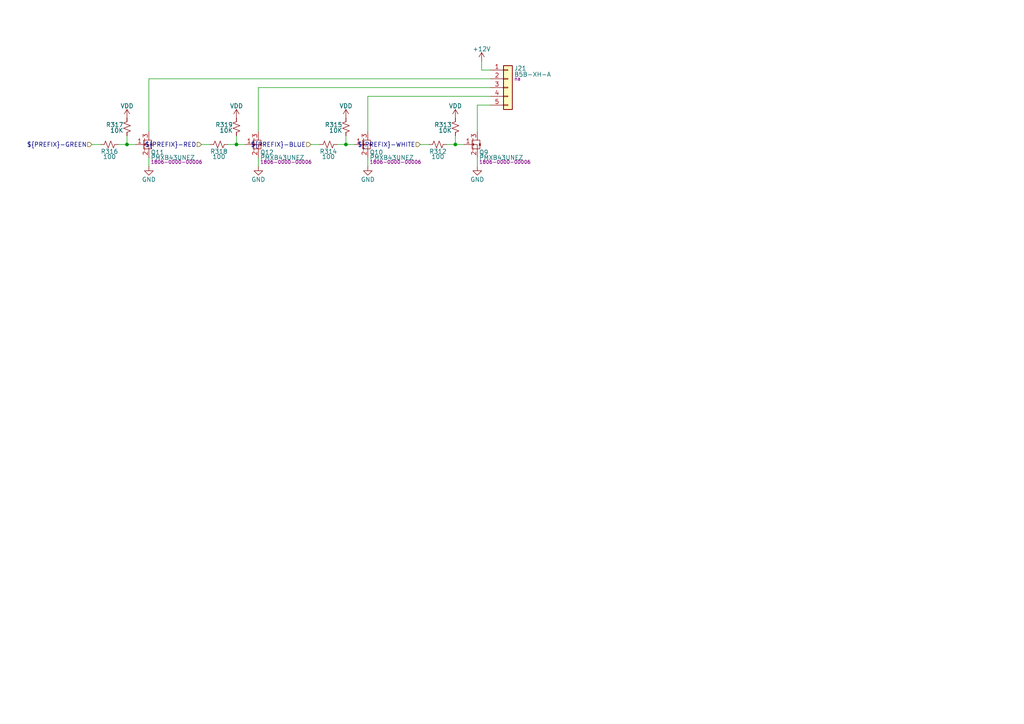
<source format=kicad_sch>
(kicad_sch
	(version 20250114)
	(generator "eeschema")
	(generator_version "9.0")
	(uuid "7bc1f2b6-a1f2-4269-8283-41e70cb464e3")
	(paper "A4")
	(title_block
		(title "Benchy Motherboard AM625 - Lighting RGBW Channel 1")
		(rev "REV1")
		(company "Daxxn Industries")
		(comment 4 "Small net labels (≤0.65) are for clarity and do not connect to other nets.")
	)
	(lib_symbols
		(symbol "DX_Connector_JST:B5B-XH-A"
			(pin_names
				(offset 1.016)
				(hide yes)
			)
			(exclude_from_sim no)
			(in_bom yes)
			(on_board yes)
			(property "Reference" "J"
				(at 1.778 5.588 0)
				(effects
					(font
						(size 1.27 1.27)
					)
					(justify left)
				)
			)
			(property "Value" "B5B-XH-A"
				(at 1.778 3.81 0)
				(effects
					(font
						(size 1.27 1.27)
					)
					(justify left)
				)
			)
			(property "Footprint" "Daxxn_Connectors_JST:B5B-XH-A"
				(at 0 10.16 0)
				(effects
					(font
						(size 1.27 1.27)
					)
					(hide yes)
				)
			)
			(property "Datasheet" "${DATASHEETS}/eXH.pdf"
				(at 0 13.208 0)
				(effects
					(font
						(size 1.27 1.27)
					)
					(hide yes)
				)
			)
			(property "Description" "Connector Header Through Hole 5 position 0.098\" (2.50mm)"
				(at 0 11.684 0)
				(effects
					(font
						(size 1.27 1.27)
					)
					(hide yes)
				)
			)
			(property "PartNumber" "na"
				(at 1.778 2.54 0)
				(effects
					(font
						(size 1 1)
					)
					(justify left)
				)
			)
			(property "ki_keywords" "connector jst xh"
				(at 0 0 0)
				(effects
					(font
						(size 1.27 1.27)
					)
					(hide yes)
				)
			)
			(property "ki_fp_filters" "Connector*:*_1x??_*"
				(at 0 0 0)
				(effects
					(font
						(size 1.27 1.27)
					)
					(hide yes)
				)
			)
			(symbol "B5B-XH-A_1_1"
				(rectangle
					(start -1.27 6.35)
					(end 1.27 -6.35)
					(stroke
						(width 0.254)
						(type default)
					)
					(fill
						(type background)
					)
				)
				(rectangle
					(start -1.27 5.207)
					(end 0 4.953)
					(stroke
						(width 0.1524)
						(type default)
					)
					(fill
						(type none)
					)
				)
				(rectangle
					(start -1.27 2.667)
					(end 0 2.413)
					(stroke
						(width 0.1524)
						(type default)
					)
					(fill
						(type none)
					)
				)
				(rectangle
					(start -1.27 0.127)
					(end 0 -0.127)
					(stroke
						(width 0.1524)
						(type default)
					)
					(fill
						(type none)
					)
				)
				(rectangle
					(start -1.27 -2.413)
					(end 0 -2.667)
					(stroke
						(width 0.1524)
						(type default)
					)
					(fill
						(type none)
					)
				)
				(rectangle
					(start -1.27 -4.953)
					(end 0 -5.207)
					(stroke
						(width 0.1524)
						(type default)
					)
					(fill
						(type none)
					)
				)
				(pin passive line
					(at -5.08 5.08 0)
					(length 3.81)
					(name "Pin_1"
						(effects
							(font
								(size 1.27 1.27)
							)
						)
					)
					(number "1"
						(effects
							(font
								(size 1.27 1.27)
							)
						)
					)
				)
				(pin passive line
					(at -5.08 2.54 0)
					(length 3.81)
					(name "Pin_2"
						(effects
							(font
								(size 1.27 1.27)
							)
						)
					)
					(number "2"
						(effects
							(font
								(size 1.27 1.27)
							)
						)
					)
				)
				(pin passive line
					(at -5.08 0 0)
					(length 3.81)
					(name "Pin_3"
						(effects
							(font
								(size 1.27 1.27)
							)
						)
					)
					(number "3"
						(effects
							(font
								(size 1.27 1.27)
							)
						)
					)
				)
				(pin passive line
					(at -5.08 -2.54 0)
					(length 3.81)
					(name "Pin_4"
						(effects
							(font
								(size 1.27 1.27)
							)
						)
					)
					(number "4"
						(effects
							(font
								(size 1.27 1.27)
							)
						)
					)
				)
				(pin passive line
					(at -5.08 -5.08 0)
					(length 3.81)
					(name "Pin_5"
						(effects
							(font
								(size 1.27 1.27)
							)
						)
					)
					(number "5"
						(effects
							(font
								(size 1.27 1.27)
							)
						)
					)
				)
			)
			(embedded_fonts no)
		)
		(symbol "DX_Resistor:RC0402JR-07100RL"
			(pin_numbers
				(hide yes)
			)
			(pin_names
				(offset 0.254)
				(hide yes)
			)
			(exclude_from_sim no)
			(in_bom yes)
			(on_board yes)
			(property "Reference" "R"
				(at 1.016 0.635 0)
				(effects
					(font
						(size 1.27 1.27)
					)
					(justify left)
				)
			)
			(property "Value" "100"
				(at 1.016 -1.016 0)
				(effects
					(font
						(size 1.27 1.27)
					)
					(justify left)
				)
			)
			(property "Footprint" "Daxxn_Standard_Resistors:RES_0402"
				(at 0 5.334 0)
				(effects
					(font
						(size 1.27 1.27)
					)
					(hide yes)
				)
			)
			(property "Datasheet" "${DATASHEETS}/RC-Series.pdf"
				(at 0 6.35 0)
				(effects
					(font
						(size 1.27 1.27)
					)
					(hide yes)
				)
			)
			(property "Description" "RES 100 OHM 5% 1/16W 0402"
				(at 0 3.81 0)
				(effects
					(font
						(size 1.27 1.27)
					)
					(hide yes)
				)
			)
			(property "PartNumber" "0204-0000-00011"
				(at 0 7.874 0)
				(effects
					(font
						(size 1.27 1.27)
					)
					(hide yes)
				)
			)
			(property "ki_keywords" "r resistor daxxn"
				(at 0 0 0)
				(effects
					(font
						(size 1.27 1.27)
					)
					(hide yes)
				)
			)
			(property "ki_fp_filters" "R_*"
				(at 0 0 0)
				(effects
					(font
						(size 1.27 1.27)
					)
					(hide yes)
				)
			)
			(symbol "RC0402JR-07100RL_1_1"
				(polyline
					(pts
						(xy 0 1.524) (xy 1.016 1.143) (xy 0 0.762) (xy -1.016 0.381) (xy 0 0)
					)
					(stroke
						(width 0)
						(type default)
					)
					(fill
						(type none)
					)
				)
				(polyline
					(pts
						(xy 0 0) (xy 1.016 -0.381) (xy 0 -0.762) (xy -1.016 -1.143) (xy 0 -1.524)
					)
					(stroke
						(width 0)
						(type default)
					)
					(fill
						(type none)
					)
				)
				(pin passive line
					(at 0 2.54 270)
					(length 1.016)
					(name "~"
						(effects
							(font
								(size 1.27 1.27)
							)
						)
					)
					(number "1"
						(effects
							(font
								(size 1.27 1.27)
							)
						)
					)
				)
				(pin passive line
					(at 0 -2.54 90)
					(length 1.016)
					(name "~"
						(effects
							(font
								(size 1.27 1.27)
							)
						)
					)
					(number "2"
						(effects
							(font
								(size 1.27 1.27)
							)
						)
					)
				)
			)
			(embedded_fonts no)
		)
		(symbol "DX_Resistor:RC0402JR-0710KL"
			(pin_numbers
				(hide yes)
			)
			(pin_names
				(offset 0.254)
				(hide yes)
			)
			(exclude_from_sim no)
			(in_bom yes)
			(on_board yes)
			(property "Reference" "R"
				(at 1.016 0.635 0)
				(effects
					(font
						(size 1.27 1.27)
					)
					(justify left)
				)
			)
			(property "Value" "10K"
				(at 1.016 -1.016 0)
				(effects
					(font
						(size 1.27 1.27)
					)
					(justify left)
				)
			)
			(property "Footprint" "Daxxn_Standard_Resistors:RES_0402"
				(at 0 5.334 0)
				(effects
					(font
						(size 1.27 1.27)
					)
					(hide yes)
				)
			)
			(property "Datasheet" "${DATASHEETS}/RC-Series.pdf"
				(at 0 6.35 0)
				(effects
					(font
						(size 1.27 1.27)
					)
					(hide yes)
				)
			)
			(property "Description" "RES 10K OHM 5% 1/16W 0402"
				(at 0 3.81 0)
				(effects
					(font
						(size 1.27 1.27)
					)
					(hide yes)
				)
			)
			(property "PartNumber" "0204-0000-00016"
				(at 0 8.128 0)
				(effects
					(font
						(size 1.27 1.27)
					)
					(hide yes)
				)
			)
			(property "ki_keywords" "r resistor daxxn"
				(at 0 0 0)
				(effects
					(font
						(size 1.27 1.27)
					)
					(hide yes)
				)
			)
			(property "ki_fp_filters" "R_*"
				(at 0 0 0)
				(effects
					(font
						(size 1.27 1.27)
					)
					(hide yes)
				)
			)
			(symbol "RC0402JR-0710KL_1_1"
				(polyline
					(pts
						(xy 0 1.524) (xy 1.016 1.143) (xy 0 0.762) (xy -1.016 0.381) (xy 0 0)
					)
					(stroke
						(width 0)
						(type default)
					)
					(fill
						(type none)
					)
				)
				(polyline
					(pts
						(xy 0 0) (xy 1.016 -0.381) (xy 0 -0.762) (xy -1.016 -1.143) (xy 0 -1.524)
					)
					(stroke
						(width 0)
						(type default)
					)
					(fill
						(type none)
					)
				)
				(pin passive line
					(at 0 2.54 270)
					(length 1.016)
					(name "~"
						(effects
							(font
								(size 1.27 1.27)
							)
						)
					)
					(number "1"
						(effects
							(font
								(size 1.27 1.27)
							)
						)
					)
				)
				(pin passive line
					(at 0 -2.54 90)
					(length 1.016)
					(name "~"
						(effects
							(font
								(size 1.27 1.27)
							)
						)
					)
					(number "2"
						(effects
							(font
								(size 1.27 1.27)
							)
						)
					)
				)
			)
			(embedded_fonts no)
		)
		(symbol "DX_Transistor_MOSFET:PMXB43UNEZ"
			(exclude_from_sim no)
			(in_bom yes)
			(on_board yes)
			(property "Reference" "Q"
				(at 2.794 1.778 0)
				(effects
					(font
						(size 1.27 1.27)
					)
					(justify left)
				)
			)
			(property "Value" "PMXB43UNEZ"
				(at 2.794 0 0)
				(effects
					(font
						(size 1.27 1.27)
					)
					(justify left)
				)
			)
			(property "Footprint" "Daxxn_Packages:DFN1010D-3"
				(at 1.27 8.382 0)
				(effects
					(font
						(size 1.27 1.27)
					)
					(hide yes)
				)
			)
			(property "Datasheet" "%LOCAL_DATASHEETS%/PMXB43UNE.pdf"
				(at 1.27 5.842 0)
				(effects
					(font
						(size 1.27 1.27)
					)
					(hide yes)
				)
			)
			(property "Description" "N-Channel 20 V 3.2A (Ta) 400mW (Ta), 8.33W (Tc) Surface Mount DFN1010D-3"
				(at 0 7.112 0)
				(effects
					(font
						(size 1.27 1.27)
					)
					(hide yes)
				)
			)
			(property "PartNumber" "1806-0000-00006"
				(at 2.794 -1.524 0)
				(effects
					(font
						(size 1 1)
					)
					(justify left)
				)
			)
			(property "ki_keywords" "n-ch mosfet fet"
				(at 0 0 0)
				(effects
					(font
						(size 1.27 1.27)
					)
					(hide yes)
				)
			)
			(symbol "PMXB43UNEZ_0_0"
				(pin input line
					(at -2.54 0 0)
					(length 2.25)
					(name "G"
						(effects
							(font
								(size 0 0)
							)
						)
					)
					(number "1"
						(effects
							(font
								(size 1.27 1.27)
							)
						)
					)
				)
				(pin bidirectional line
					(at 1.27 3.81 270)
					(length 2.54)
					(name "D"
						(effects
							(font
								(size 0 0)
							)
						)
					)
					(number "3"
						(effects
							(font
								(size 1.27 1.27)
							)
						)
					)
				)
				(pin bidirectional line
					(at 1.27 -3.81 90)
					(length 2.54)
					(name "S"
						(effects
							(font
								(size 0 0)
							)
						)
					)
					(number "2"
						(effects
							(font
								(size 1.27 1.27)
							)
						)
					)
				)
			)
			(symbol "PMXB43UNEZ_0_1"
				(polyline
					(pts
						(xy -0.254 -1.27) (xy -0.254 1.27)
					)
					(stroke
						(width 0)
						(type default)
					)
					(fill
						(type none)
					)
				)
				(polyline
					(pts
						(xy 0 1.778) (xy 0 0.762)
					)
					(stroke
						(width 0)
						(type default)
					)
					(fill
						(type none)
					)
				)
				(polyline
					(pts
						(xy 0 1.27) (xy 1.27 1.27) (xy 1.27 1.27)
					)
					(stroke
						(width 0)
						(type default)
					)
					(fill
						(type none)
					)
				)
				(polyline
					(pts
						(xy 0 0) (xy 0.254 0.254) (xy 0.254 -0.254) (xy 0 0)
					)
					(stroke
						(width 0)
						(type default)
					)
					(fill
						(type none)
					)
				)
				(polyline
					(pts
						(xy 0 -0.508) (xy 0 0.508)
					)
					(stroke
						(width 0)
						(type default)
					)
					(fill
						(type none)
					)
				)
				(polyline
					(pts
						(xy 0 -1.27) (xy 1.27 -1.27) (xy 1.27 -1.27)
					)
					(stroke
						(width 0)
						(type default)
					)
					(fill
						(type none)
					)
				)
				(polyline
					(pts
						(xy 0 -1.778) (xy 0 -0.762)
					)
					(stroke
						(width 0)
						(type default)
					)
					(fill
						(type none)
					)
				)
				(polyline
					(pts
						(xy 1.27 -1.27) (xy 1.27 0) (xy 0 0)
					)
					(stroke
						(width 0)
						(type default)
					)
					(fill
						(type none)
					)
				)
				(polyline
					(pts
						(xy 1.27 -1.27) (xy 2.032 -1.27) (xy 2.032 1.27) (xy 1.27 1.27)
					)
					(stroke
						(width 0)
						(type default)
					)
					(fill
						(type none)
					)
				)
				(polyline
					(pts
						(xy 1.778 0.254) (xy 2.286 0.254)
					)
					(stroke
						(width 0)
						(type default)
					)
					(fill
						(type none)
					)
				)
				(polyline
					(pts
						(xy 2.032 0.254) (xy 1.778 -0.254) (xy 2.286 -0.254) (xy 2.032 0.254)
					)
					(stroke
						(width 0)
						(type default)
					)
					(fill
						(type outline)
					)
				)
			)
			(embedded_fonts no)
		)
		(symbol "power:+12V"
			(power)
			(pin_numbers
				(hide yes)
			)
			(pin_names
				(offset 0)
				(hide yes)
			)
			(exclude_from_sim no)
			(in_bom yes)
			(on_board yes)
			(property "Reference" "#PWR"
				(at 0 -3.81 0)
				(effects
					(font
						(size 1.27 1.27)
					)
					(hide yes)
				)
			)
			(property "Value" "+12V"
				(at 0 3.556 0)
				(effects
					(font
						(size 1.27 1.27)
					)
				)
			)
			(property "Footprint" ""
				(at 0 0 0)
				(effects
					(font
						(size 1.27 1.27)
					)
					(hide yes)
				)
			)
			(property "Datasheet" ""
				(at 0 0 0)
				(effects
					(font
						(size 1.27 1.27)
					)
					(hide yes)
				)
			)
			(property "Description" "Power symbol creates a global label with name \"+12V\""
				(at 0 0 0)
				(effects
					(font
						(size 1.27 1.27)
					)
					(hide yes)
				)
			)
			(property "ki_keywords" "global power"
				(at 0 0 0)
				(effects
					(font
						(size 1.27 1.27)
					)
					(hide yes)
				)
			)
			(symbol "+12V_0_1"
				(polyline
					(pts
						(xy -0.762 1.27) (xy 0 2.54)
					)
					(stroke
						(width 0)
						(type default)
					)
					(fill
						(type none)
					)
				)
				(polyline
					(pts
						(xy 0 2.54) (xy 0.762 1.27)
					)
					(stroke
						(width 0)
						(type default)
					)
					(fill
						(type none)
					)
				)
				(polyline
					(pts
						(xy 0 0) (xy 0 2.54)
					)
					(stroke
						(width 0)
						(type default)
					)
					(fill
						(type none)
					)
				)
			)
			(symbol "+12V_1_1"
				(pin power_in line
					(at 0 0 90)
					(length 0)
					(name "~"
						(effects
							(font
								(size 1.27 1.27)
							)
						)
					)
					(number "1"
						(effects
							(font
								(size 1.27 1.27)
							)
						)
					)
				)
			)
			(embedded_fonts no)
		)
		(symbol "power:GND"
			(power)
			(pin_numbers
				(hide yes)
			)
			(pin_names
				(offset 0)
				(hide yes)
			)
			(exclude_from_sim no)
			(in_bom yes)
			(on_board yes)
			(property "Reference" "#PWR"
				(at 0 -6.35 0)
				(effects
					(font
						(size 1.27 1.27)
					)
					(hide yes)
				)
			)
			(property "Value" "GND"
				(at 0 -3.81 0)
				(effects
					(font
						(size 1.27 1.27)
					)
				)
			)
			(property "Footprint" ""
				(at 0 0 0)
				(effects
					(font
						(size 1.27 1.27)
					)
					(hide yes)
				)
			)
			(property "Datasheet" ""
				(at 0 0 0)
				(effects
					(font
						(size 1.27 1.27)
					)
					(hide yes)
				)
			)
			(property "Description" "Power symbol creates a global label with name \"GND\" , ground"
				(at 0 0 0)
				(effects
					(font
						(size 1.27 1.27)
					)
					(hide yes)
				)
			)
			(property "ki_keywords" "global power"
				(at 0 0 0)
				(effects
					(font
						(size 1.27 1.27)
					)
					(hide yes)
				)
			)
			(symbol "GND_0_1"
				(polyline
					(pts
						(xy 0 0) (xy 0 -1.27) (xy 1.27 -1.27) (xy 0 -2.54) (xy -1.27 -1.27) (xy 0 -1.27)
					)
					(stroke
						(width 0)
						(type default)
					)
					(fill
						(type none)
					)
				)
			)
			(symbol "GND_1_1"
				(pin power_in line
					(at 0 0 270)
					(length 0)
					(name "~"
						(effects
							(font
								(size 1.27 1.27)
							)
						)
					)
					(number "1"
						(effects
							(font
								(size 1.27 1.27)
							)
						)
					)
				)
			)
			(embedded_fonts no)
		)
		(symbol "power:VDD"
			(power)
			(pin_numbers
				(hide yes)
			)
			(pin_names
				(offset 0)
				(hide yes)
			)
			(exclude_from_sim no)
			(in_bom yes)
			(on_board yes)
			(property "Reference" "#PWR"
				(at 0 -3.81 0)
				(effects
					(font
						(size 1.27 1.27)
					)
					(hide yes)
				)
			)
			(property "Value" "VDD"
				(at 0 3.556 0)
				(effects
					(font
						(size 1.27 1.27)
					)
				)
			)
			(property "Footprint" ""
				(at 0 0 0)
				(effects
					(font
						(size 1.27 1.27)
					)
					(hide yes)
				)
			)
			(property "Datasheet" ""
				(at 0 0 0)
				(effects
					(font
						(size 1.27 1.27)
					)
					(hide yes)
				)
			)
			(property "Description" "Power symbol creates a global label with name \"VDD\""
				(at 0 0 0)
				(effects
					(font
						(size 1.27 1.27)
					)
					(hide yes)
				)
			)
			(property "ki_keywords" "global power"
				(at 0 0 0)
				(effects
					(font
						(size 1.27 1.27)
					)
					(hide yes)
				)
			)
			(symbol "VDD_0_1"
				(polyline
					(pts
						(xy -0.762 1.27) (xy 0 2.54)
					)
					(stroke
						(width 0)
						(type default)
					)
					(fill
						(type none)
					)
				)
				(polyline
					(pts
						(xy 0 2.54) (xy 0.762 1.27)
					)
					(stroke
						(width 0)
						(type default)
					)
					(fill
						(type none)
					)
				)
				(polyline
					(pts
						(xy 0 0) (xy 0 2.54)
					)
					(stroke
						(width 0)
						(type default)
					)
					(fill
						(type none)
					)
				)
			)
			(symbol "VDD_1_1"
				(pin power_in line
					(at 0 0 90)
					(length 0)
					(name "~"
						(effects
							(font
								(size 1.27 1.27)
							)
						)
					)
					(number "1"
						(effects
							(font
								(size 1.27 1.27)
							)
						)
					)
				)
			)
			(embedded_fonts no)
		)
	)
	(junction
		(at 36.83 41.91)
		(diameter 0)
		(color 0 0 0 0)
		(uuid "2a037154-1f38-41f8-a4d2-c99390c134e4")
	)
	(junction
		(at 132.08 41.91)
		(diameter 0)
		(color 0 0 0 0)
		(uuid "52965aa1-4484-436e-93e7-c727dc11bd14")
	)
	(junction
		(at 100.33 41.91)
		(diameter 0)
		(color 0 0 0 0)
		(uuid "cd320425-f725-4188-93f8-2f6ac8ff38d3")
	)
	(junction
		(at 68.58 41.91)
		(diameter 0)
		(color 0 0 0 0)
		(uuid "f28e6a72-a942-4140-8271-cc76aa60f0e5")
	)
	(wire
		(pts
			(xy 129.54 41.91) (xy 132.08 41.91)
		)
		(stroke
			(width 0)
			(type default)
		)
		(uuid "0ac52848-3246-487b-a95d-9ada01611586")
	)
	(wire
		(pts
			(xy 68.58 39.37) (xy 68.58 41.91)
		)
		(stroke
			(width 0)
			(type default)
		)
		(uuid "0e30dbc8-c5a8-41c9-9127-0725958fc1b4")
	)
	(wire
		(pts
			(xy 106.68 27.94) (xy 142.24 27.94)
		)
		(stroke
			(width 0)
			(type default)
		)
		(uuid "10f2f86e-557c-463f-9341-01708f88c62f")
	)
	(wire
		(pts
			(xy 68.58 41.91) (xy 71.12 41.91)
		)
		(stroke
			(width 0)
			(type default)
		)
		(uuid "25f97c0a-69a0-42d6-8df1-b5d24eaee8bf")
	)
	(wire
		(pts
			(xy 36.83 41.91) (xy 39.37 41.91)
		)
		(stroke
			(width 0)
			(type default)
		)
		(uuid "26fb1218-14f3-45f3-b64c-084b685eb2de")
	)
	(wire
		(pts
			(xy 58.42 41.91) (xy 60.96 41.91)
		)
		(stroke
			(width 0)
			(type default)
		)
		(uuid "2e668468-913b-4004-83a0-01e41600efa5")
	)
	(wire
		(pts
			(xy 138.43 45.72) (xy 138.43 48.26)
		)
		(stroke
			(width 0)
			(type default)
		)
		(uuid "2eb2a30a-a52d-4682-97c6-032c0df1fc82")
	)
	(wire
		(pts
			(xy 97.79 41.91) (xy 100.33 41.91)
		)
		(stroke
			(width 0)
			(type default)
		)
		(uuid "3c2d93d1-d667-4484-ae3d-d2e808c707b7")
	)
	(wire
		(pts
			(xy 34.29 41.91) (xy 36.83 41.91)
		)
		(stroke
			(width 0)
			(type default)
		)
		(uuid "3d26c0a4-435b-426a-a37b-68556f06de77")
	)
	(wire
		(pts
			(xy 100.33 39.37) (xy 100.33 41.91)
		)
		(stroke
			(width 0)
			(type default)
		)
		(uuid "4138a3f9-e0f9-4b0c-a441-5bedb0f25c36")
	)
	(wire
		(pts
			(xy 74.93 45.72) (xy 74.93 48.26)
		)
		(stroke
			(width 0)
			(type default)
		)
		(uuid "4586c78b-8a19-48e6-ae04-923756da63c4")
	)
	(wire
		(pts
			(xy 106.68 38.1) (xy 106.68 27.94)
		)
		(stroke
			(width 0)
			(type default)
		)
		(uuid "46e4022d-0131-47f8-bea4-1e5f26426447")
	)
	(wire
		(pts
			(xy 74.93 25.4) (xy 142.24 25.4)
		)
		(stroke
			(width 0)
			(type default)
		)
		(uuid "4b50c1c5-dccc-4468-bd45-d7d3008423ad")
	)
	(wire
		(pts
			(xy 26.67 41.91) (xy 29.21 41.91)
		)
		(stroke
			(width 0)
			(type default)
		)
		(uuid "6956dca8-cdcc-4a5e-aaa5-80e03ebc47cf")
	)
	(wire
		(pts
			(xy 121.92 41.91) (xy 124.46 41.91)
		)
		(stroke
			(width 0)
			(type default)
		)
		(uuid "6f27f10c-446e-455e-a796-53b366ae3f10")
	)
	(wire
		(pts
			(xy 43.18 22.86) (xy 43.18 38.1)
		)
		(stroke
			(width 0)
			(type default)
		)
		(uuid "7ec6061a-4f35-4372-820f-8ed3f49f5b6a")
	)
	(wire
		(pts
			(xy 66.04 41.91) (xy 68.58 41.91)
		)
		(stroke
			(width 0)
			(type default)
		)
		(uuid "835dee89-4398-4463-b2a4-a26135dbb332")
	)
	(wire
		(pts
			(xy 106.68 45.72) (xy 106.68 48.26)
		)
		(stroke
			(width 0)
			(type default)
		)
		(uuid "85ce2b19-c7d9-4bd4-ba4e-460a2bbfb3fc")
	)
	(wire
		(pts
			(xy 36.83 39.37) (xy 36.83 41.91)
		)
		(stroke
			(width 0)
			(type default)
		)
		(uuid "b9eefe92-81a3-4db4-a9a1-32f45c3e53fd")
	)
	(wire
		(pts
			(xy 142.24 22.86) (xy 43.18 22.86)
		)
		(stroke
			(width 0)
			(type default)
		)
		(uuid "c6623145-1051-40a6-9ed8-d28a10351ddb")
	)
	(wire
		(pts
			(xy 100.33 41.91) (xy 102.87 41.91)
		)
		(stroke
			(width 0)
			(type default)
		)
		(uuid "cb45d446-c5bd-4a61-a2b2-1d81287348e1")
	)
	(wire
		(pts
			(xy 138.43 30.48) (xy 142.24 30.48)
		)
		(stroke
			(width 0)
			(type default)
		)
		(uuid "d0361a4c-9eb3-482f-8db7-7a07dcc12dfa")
	)
	(wire
		(pts
			(xy 132.08 41.91) (xy 134.62 41.91)
		)
		(stroke
			(width 0)
			(type default)
		)
		(uuid "d0c7f993-854e-4268-8004-225da2c5b66c")
	)
	(wire
		(pts
			(xy 132.08 39.37) (xy 132.08 41.91)
		)
		(stroke
			(width 0)
			(type default)
		)
		(uuid "daecf87d-5a12-400a-aebd-b3e34335aaaa")
	)
	(wire
		(pts
			(xy 142.24 20.32) (xy 139.7 20.32)
		)
		(stroke
			(width 0)
			(type default)
		)
		(uuid "deb3b04b-5019-4a12-98ae-6b2f0d747595")
	)
	(wire
		(pts
			(xy 43.18 45.72) (xy 43.18 48.26)
		)
		(stroke
			(width 0)
			(type default)
		)
		(uuid "e19b0320-9ea7-40eb-b94d-f9703e93bb73")
	)
	(wire
		(pts
			(xy 138.43 38.1) (xy 138.43 30.48)
		)
		(stroke
			(width 0)
			(type default)
		)
		(uuid "e34edc75-fd0c-4371-8c60-521bc5862524")
	)
	(wire
		(pts
			(xy 139.7 17.78) (xy 139.7 20.32)
		)
		(stroke
			(width 0)
			(type default)
		)
		(uuid "e70aba15-39b1-4e1c-bde1-b1051a37f7e8")
	)
	(wire
		(pts
			(xy 90.17 41.91) (xy 92.71 41.91)
		)
		(stroke
			(width 0)
			(type default)
		)
		(uuid "e85b1d42-d68c-4ad4-aec7-dd91a4df8be1")
	)
	(wire
		(pts
			(xy 74.93 38.1) (xy 74.93 25.4)
		)
		(stroke
			(width 0)
			(type default)
		)
		(uuid "f05984bb-6132-4492-98ad-348ae29e866b")
	)
	(hierarchical_label "${PREFIX}-WHITE"
		(shape input)
		(at 121.92 41.91 180)
		(effects
			(font
				(size 1.27 1.27)
			)
			(justify right)
		)
		(uuid "0fe5a699-4c47-45ab-8369-36668e3c1132")
	)
	(hierarchical_label "${PREFIX}-RED"
		(shape input)
		(at 58.42 41.91 180)
		(effects
			(font
				(size 1.27 1.27)
			)
			(justify right)
		)
		(uuid "108b3fdd-4558-40df-9283-b218f0d55732")
	)
	(hierarchical_label "${PREFIX}-GREEN"
		(shape input)
		(at 26.67 41.91 180)
		(effects
			(font
				(size 1.27 1.27)
			)
			(justify right)
		)
		(uuid "4c276569-2627-418f-ad27-cf6cfb0ef0e7")
	)
	(hierarchical_label "${PREFIX}-BLUE"
		(shape input)
		(at 90.17 41.91 180)
		(effects
			(font
				(size 1.27 1.27)
			)
			(justify right)
		)
		(uuid "b2176d2c-2f77-4650-8eed-6e2bd18b9fb4")
	)
	(symbol
		(lib_id "DX_Resistor:RC0402JR-07100RL")
		(at 127 41.91 90)
		(unit 1)
		(exclude_from_sim no)
		(in_bom yes)
		(on_board yes)
		(dnp no)
		(uuid "07bc6c2a-2555-4118-85e4-f1041124d762")
		(property "Reference" "R312"
			(at 127 43.942 90)
			(effects
				(font
					(size 1.27 1.27)
				)
			)
		)
		(property "Value" "100"
			(at 127 45.466 90)
			(effects
				(font
					(size 1.27 1.27)
				)
			)
		)
		(property "Footprint" "Daxxn_Standard_Resistors:RES_0402"
			(at 121.666 41.91 0)
			(effects
				(font
					(size 1.27 1.27)
				)
				(hide yes)
			)
		)
		(property "Datasheet" "${DATASHEETS}/RC-Series.pdf"
			(at 120.65 41.91 0)
			(effects
				(font
					(size 1.27 1.27)
				)
				(hide yes)
			)
		)
		(property "Description" "RES 100 OHM 5% 1/16W 0402"
			(at 123.19 41.91 0)
			(effects
				(font
					(size 1.27 1.27)
				)
				(hide yes)
			)
		)
		(property "PartNumber" "0204-0000-00011"
			(at 119.126 41.91 0)
			(effects
				(font
					(size 1.27 1.27)
				)
				(hide yes)
			)
		)
		(pin "2"
			(uuid "8eeabfab-dfea-4811-9a53-d961a79dd297")
		)
		(pin "1"
			(uuid "976d133a-495a-4066-b1ce-f8c5fa715223")
		)
		(instances
			(project "BenchyMotherBoard-AM625"
				(path "/7184a1e6-58da-49c8-8a6c-ea31385ec956/8494b7c1-cb3d-49c1-ba37-1630d97ce06f/cfe5824b-ca2a-44ec-b40d-02d009d78388"
					(reference "R312")
					(unit 1)
				)
			)
		)
	)
	(symbol
		(lib_id "DX_Resistor:RC0402JR-07100RL")
		(at 31.75 41.91 90)
		(unit 1)
		(exclude_from_sim no)
		(in_bom yes)
		(on_board yes)
		(dnp no)
		(uuid "0c5f039c-c9e7-434f-ad4b-71af9d6a2b44")
		(property "Reference" "R316"
			(at 31.75 43.942 90)
			(effects
				(font
					(size 1.27 1.27)
				)
			)
		)
		(property "Value" "100"
			(at 31.75 45.466 90)
			(effects
				(font
					(size 1.27 1.27)
				)
			)
		)
		(property "Footprint" "Daxxn_Standard_Resistors:RES_0402"
			(at 26.416 41.91 0)
			(effects
				(font
					(size 1.27 1.27)
				)
				(hide yes)
			)
		)
		(property "Datasheet" "${DATASHEETS}/RC-Series.pdf"
			(at 25.4 41.91 0)
			(effects
				(font
					(size 1.27 1.27)
				)
				(hide yes)
			)
		)
		(property "Description" "RES 100 OHM 5% 1/16W 0402"
			(at 27.94 41.91 0)
			(effects
				(font
					(size 1.27 1.27)
				)
				(hide yes)
			)
		)
		(property "PartNumber" "0204-0000-00011"
			(at 23.876 41.91 0)
			(effects
				(font
					(size 1.27 1.27)
				)
				(hide yes)
			)
		)
		(pin "2"
			(uuid "aa3e38e7-6e8e-45c2-9f3c-607297003a30")
		)
		(pin "1"
			(uuid "8b5dd3f5-6a42-414d-bc04-19e5a2d792d7")
		)
		(instances
			(project "BenchyMotherBoard-AM625"
				(path "/7184a1e6-58da-49c8-8a6c-ea31385ec956/8494b7c1-cb3d-49c1-ba37-1630d97ce06f/cfe5824b-ca2a-44ec-b40d-02d009d78388"
					(reference "R316")
					(unit 1)
				)
			)
		)
	)
	(symbol
		(lib_id "DX_Transistor_MOSFET:PMXB43UNEZ")
		(at 105.41 41.91 0)
		(unit 1)
		(exclude_from_sim no)
		(in_bom yes)
		(on_board yes)
		(dnp no)
		(uuid "2a11caaa-2988-40d4-a6f8-fd45f0053bfc")
		(property "Reference" "Q10"
			(at 107.188 44.196 0)
			(effects
				(font
					(size 1.27 1.27)
				)
				(justify left)
			)
		)
		(property "Value" "PMXB43UNEZ"
			(at 107.188 45.72 0)
			(effects
				(font
					(size 1.27 1.27)
				)
				(justify left)
			)
		)
		(property "Footprint" "Daxxn_Packages:DFN1010D-3"
			(at 106.68 33.528 0)
			(effects
				(font
					(size 1.27 1.27)
				)
				(hide yes)
			)
		)
		(property "Datasheet" "%LOCAL_DATASHEETS%/PMXB43UNE.pdf"
			(at 106.68 36.068 0)
			(effects
				(font
					(size 1.27 1.27)
				)
				(hide yes)
			)
		)
		(property "Description" "N-Channel 20 V 3.2A (Ta) 400mW (Ta), 8.33W (Tc) Surface Mount DFN1010D-3"
			(at 105.41 34.798 0)
			(effects
				(font
					(size 1.27 1.27)
				)
				(hide yes)
			)
		)
		(property "PartNumber" "1806-0000-00006"
			(at 107.188 46.99 0)
			(effects
				(font
					(size 1 1)
				)
				(justify left)
			)
		)
		(pin "3"
			(uuid "74f4369b-41d8-4136-a0dc-5faaa5458f97")
		)
		(pin "1"
			(uuid "43f83090-7dd5-4daa-968f-b96893132c1e")
		)
		(pin "2"
			(uuid "a686885e-b068-40b2-8324-46d122903d20")
		)
		(instances
			(project "BenchyMotherBoard-AM625"
				(path "/7184a1e6-58da-49c8-8a6c-ea31385ec956/8494b7c1-cb3d-49c1-ba37-1630d97ce06f/cfe5824b-ca2a-44ec-b40d-02d009d78388"
					(reference "Q10")
					(unit 1)
				)
			)
		)
	)
	(symbol
		(lib_id "power:GND")
		(at 74.93 48.26 0)
		(unit 1)
		(exclude_from_sim no)
		(in_bom yes)
		(on_board yes)
		(dnp no)
		(uuid "35558f2c-cefe-4642-a7a5-74a2763dd3a5")
		(property "Reference" "#PWR0488"
			(at 74.93 54.61 0)
			(effects
				(font
					(size 1.27 1.27)
				)
				(hide yes)
			)
		)
		(property "Value" "GND"
			(at 74.93 52.07 0)
			(effects
				(font
					(size 1.27 1.27)
				)
			)
		)
		(property "Footprint" ""
			(at 74.93 48.26 0)
			(effects
				(font
					(size 1.27 1.27)
				)
				(hide yes)
			)
		)
		(property "Datasheet" ""
			(at 74.93 48.26 0)
			(effects
				(font
					(size 1.27 1.27)
				)
				(hide yes)
			)
		)
		(property "Description" "Power symbol creates a global label with name \"GND\" , ground"
			(at 74.93 48.26 0)
			(effects
				(font
					(size 1.27 1.27)
				)
				(hide yes)
			)
		)
		(pin "1"
			(uuid "ad354f48-a521-42b1-848b-61ef190d663a")
		)
		(instances
			(project "BenchyMotherBoard-AM625"
				(path "/7184a1e6-58da-49c8-8a6c-ea31385ec956/8494b7c1-cb3d-49c1-ba37-1630d97ce06f/cfe5824b-ca2a-44ec-b40d-02d009d78388"
					(reference "#PWR0488")
					(unit 1)
				)
			)
		)
	)
	(symbol
		(lib_id "DX_Resistor:RC0402JR-07100RL")
		(at 63.5 41.91 90)
		(unit 1)
		(exclude_from_sim no)
		(in_bom yes)
		(on_board yes)
		(dnp no)
		(uuid "4494ce7c-b9a9-4e4a-a9ae-ea066944f3cf")
		(property "Reference" "R318"
			(at 63.5 43.942 90)
			(effects
				(font
					(size 1.27 1.27)
				)
			)
		)
		(property "Value" "100"
			(at 63.5 45.466 90)
			(effects
				(font
					(size 1.27 1.27)
				)
			)
		)
		(property "Footprint" "Daxxn_Standard_Resistors:RES_0402"
			(at 58.166 41.91 0)
			(effects
				(font
					(size 1.27 1.27)
				)
				(hide yes)
			)
		)
		(property "Datasheet" "${DATASHEETS}/RC-Series.pdf"
			(at 57.15 41.91 0)
			(effects
				(font
					(size 1.27 1.27)
				)
				(hide yes)
			)
		)
		(property "Description" "RES 100 OHM 5% 1/16W 0402"
			(at 59.69 41.91 0)
			(effects
				(font
					(size 1.27 1.27)
				)
				(hide yes)
			)
		)
		(property "PartNumber" "0204-0000-00011"
			(at 55.626 41.91 0)
			(effects
				(font
					(size 1.27 1.27)
				)
				(hide yes)
			)
		)
		(pin "2"
			(uuid "e5cda6ba-95ed-400c-8176-f18ee554f00b")
		)
		(pin "1"
			(uuid "00621179-9635-4238-8b53-979a8b4212f7")
		)
		(instances
			(project "BenchyMotherBoard-AM625"
				(path "/7184a1e6-58da-49c8-8a6c-ea31385ec956/8494b7c1-cb3d-49c1-ba37-1630d97ce06f/cfe5824b-ca2a-44ec-b40d-02d009d78388"
					(reference "R318")
					(unit 1)
				)
			)
		)
	)
	(symbol
		(lib_id "DX_Transistor_MOSFET:PMXB43UNEZ")
		(at 41.91 41.91 0)
		(unit 1)
		(exclude_from_sim no)
		(in_bom yes)
		(on_board yes)
		(dnp no)
		(uuid "4826b9d9-1c76-4c10-b1e1-900db454c0e4")
		(property "Reference" "Q11"
			(at 43.688 44.196 0)
			(effects
				(font
					(size 1.27 1.27)
				)
				(justify left)
			)
		)
		(property "Value" "PMXB43UNEZ"
			(at 43.688 45.72 0)
			(effects
				(font
					(size 1.27 1.27)
				)
				(justify left)
			)
		)
		(property "Footprint" "Daxxn_Packages:DFN1010D-3"
			(at 43.18 33.528 0)
			(effects
				(font
					(size 1.27 1.27)
				)
				(hide yes)
			)
		)
		(property "Datasheet" "%LOCAL_DATASHEETS%/PMXB43UNE.pdf"
			(at 43.18 36.068 0)
			(effects
				(font
					(size 1.27 1.27)
				)
				(hide yes)
			)
		)
		(property "Description" "N-Channel 20 V 3.2A (Ta) 400mW (Ta), 8.33W (Tc) Surface Mount DFN1010D-3"
			(at 41.91 34.798 0)
			(effects
				(font
					(size 1.27 1.27)
				)
				(hide yes)
			)
		)
		(property "PartNumber" "1806-0000-00006"
			(at 43.688 46.99 0)
			(effects
				(font
					(size 1 1)
				)
				(justify left)
			)
		)
		(pin "3"
			(uuid "09c90b8c-80ca-4bc2-9069-7de8bbe91275")
		)
		(pin "1"
			(uuid "d319ae61-d2f2-440e-8247-43035b46f7e8")
		)
		(pin "2"
			(uuid "ed623276-9f99-4989-b57d-80f8d24f46ed")
		)
		(instances
			(project "BenchyMotherBoard-AM625"
				(path "/7184a1e6-58da-49c8-8a6c-ea31385ec956/8494b7c1-cb3d-49c1-ba37-1630d97ce06f/cfe5824b-ca2a-44ec-b40d-02d009d78388"
					(reference "Q11")
					(unit 1)
				)
			)
		)
	)
	(symbol
		(lib_id "DX_Resistor:RC0402JR-0710KL")
		(at 132.08 36.83 0)
		(mirror y)
		(unit 1)
		(exclude_from_sim no)
		(in_bom yes)
		(on_board yes)
		(dnp no)
		(uuid "51d3a005-0119-40c7-8189-5887edb667db")
		(property "Reference" "R313"
			(at 131.064 36.195 0)
			(effects
				(font
					(size 1.27 1.27)
				)
				(justify left)
			)
		)
		(property "Value" "10K"
			(at 131.064 37.846 0)
			(effects
				(font
					(size 1.27 1.27)
				)
				(justify left)
			)
		)
		(property "Footprint" "Daxxn_Standard_Resistors:RES_0402"
			(at 132.08 31.496 0)
			(effects
				(font
					(size 1.27 1.27)
				)
				(hide yes)
			)
		)
		(property "Datasheet" "${DATASHEETS}/RC-Series.pdf"
			(at 132.08 30.48 0)
			(effects
				(font
					(size 1.27 1.27)
				)
				(hide yes)
			)
		)
		(property "Description" "RES 10K OHM 5% 1/16W 0402"
			(at 132.08 33.02 0)
			(effects
				(font
					(size 1.27 1.27)
				)
				(hide yes)
			)
		)
		(property "PartNumber" "0204-0000-00016"
			(at 132.08 28.702 0)
			(effects
				(font
					(size 1.27 1.27)
				)
				(hide yes)
			)
		)
		(pin "2"
			(uuid "667a3437-4cbb-44d6-ba67-b043cf76a021")
		)
		(pin "1"
			(uuid "196934ed-cf3c-4b25-8caf-f9012997c13c")
		)
		(instances
			(project "BenchyMotherBoard-AM625"
				(path "/7184a1e6-58da-49c8-8a6c-ea31385ec956/8494b7c1-cb3d-49c1-ba37-1630d97ce06f/cfe5824b-ca2a-44ec-b40d-02d009d78388"
					(reference "R313")
					(unit 1)
				)
			)
		)
	)
	(symbol
		(lib_id "DX_Resistor:RC0402JR-0710KL")
		(at 36.83 36.83 0)
		(mirror y)
		(unit 1)
		(exclude_from_sim no)
		(in_bom yes)
		(on_board yes)
		(dnp no)
		(uuid "72461080-c268-4373-82e7-c05cd71e514a")
		(property "Reference" "R317"
			(at 35.814 36.195 0)
			(effects
				(font
					(size 1.27 1.27)
				)
				(justify left)
			)
		)
		(property "Value" "10K"
			(at 35.814 37.846 0)
			(effects
				(font
					(size 1.27 1.27)
				)
				(justify left)
			)
		)
		(property "Footprint" "Daxxn_Standard_Resistors:RES_0402"
			(at 36.83 31.496 0)
			(effects
				(font
					(size 1.27 1.27)
				)
				(hide yes)
			)
		)
		(property "Datasheet" "${DATASHEETS}/RC-Series.pdf"
			(at 36.83 30.48 0)
			(effects
				(font
					(size 1.27 1.27)
				)
				(hide yes)
			)
		)
		(property "Description" "RES 10K OHM 5% 1/16W 0402"
			(at 36.83 33.02 0)
			(effects
				(font
					(size 1.27 1.27)
				)
				(hide yes)
			)
		)
		(property "PartNumber" "0204-0000-00016"
			(at 36.83 28.702 0)
			(effects
				(font
					(size 1.27 1.27)
				)
				(hide yes)
			)
		)
		(pin "2"
			(uuid "016526cb-23f3-4b57-8526-c9c87433f4fd")
		)
		(pin "1"
			(uuid "945ff498-5172-4894-a0af-630f9be87236")
		)
		(instances
			(project "BenchyMotherBoard-AM625"
				(path "/7184a1e6-58da-49c8-8a6c-ea31385ec956/8494b7c1-cb3d-49c1-ba37-1630d97ce06f/cfe5824b-ca2a-44ec-b40d-02d009d78388"
					(reference "R317")
					(unit 1)
				)
			)
		)
	)
	(symbol
		(lib_id "DX_Resistor:RC0402JR-0710KL")
		(at 68.58 36.83 0)
		(mirror y)
		(unit 1)
		(exclude_from_sim no)
		(in_bom yes)
		(on_board yes)
		(dnp no)
		(uuid "72eba975-26e2-457d-975b-aa6eb0e656fd")
		(property "Reference" "R319"
			(at 67.564 36.195 0)
			(effects
				(font
					(size 1.27 1.27)
				)
				(justify left)
			)
		)
		(property "Value" "10K"
			(at 67.564 37.846 0)
			(effects
				(font
					(size 1.27 1.27)
				)
				(justify left)
			)
		)
		(property "Footprint" "Daxxn_Standard_Resistors:RES_0402"
			(at 68.58 31.496 0)
			(effects
				(font
					(size 1.27 1.27)
				)
				(hide yes)
			)
		)
		(property "Datasheet" "${DATASHEETS}/RC-Series.pdf"
			(at 68.58 30.48 0)
			(effects
				(font
					(size 1.27 1.27)
				)
				(hide yes)
			)
		)
		(property "Description" "RES 10K OHM 5% 1/16W 0402"
			(at 68.58 33.02 0)
			(effects
				(font
					(size 1.27 1.27)
				)
				(hide yes)
			)
		)
		(property "PartNumber" "0204-0000-00016"
			(at 68.58 28.702 0)
			(effects
				(font
					(size 1.27 1.27)
				)
				(hide yes)
			)
		)
		(pin "2"
			(uuid "0715076e-6c3d-49a1-8421-59854bef955e")
		)
		(pin "1"
			(uuid "f0b861e9-6c7f-4eec-9be0-95e5980e9ce7")
		)
		(instances
			(project "BenchyMotherBoard-AM625"
				(path "/7184a1e6-58da-49c8-8a6c-ea31385ec956/8494b7c1-cb3d-49c1-ba37-1630d97ce06f/cfe5824b-ca2a-44ec-b40d-02d009d78388"
					(reference "R319")
					(unit 1)
				)
			)
		)
	)
	(symbol
		(lib_id "DX_Transistor_MOSFET:PMXB43UNEZ")
		(at 73.66 41.91 0)
		(unit 1)
		(exclude_from_sim no)
		(in_bom yes)
		(on_board yes)
		(dnp no)
		(uuid "8589c578-df43-43d8-8d28-47df304cb291")
		(property "Reference" "Q12"
			(at 75.438 44.196 0)
			(effects
				(font
					(size 1.27 1.27)
				)
				(justify left)
			)
		)
		(property "Value" "PMXB43UNEZ"
			(at 75.438 45.72 0)
			(effects
				(font
					(size 1.27 1.27)
				)
				(justify left)
			)
		)
		(property "Footprint" "Daxxn_Packages:DFN1010D-3"
			(at 74.93 33.528 0)
			(effects
				(font
					(size 1.27 1.27)
				)
				(hide yes)
			)
		)
		(property "Datasheet" "%LOCAL_DATASHEETS%/PMXB43UNE.pdf"
			(at 74.93 36.068 0)
			(effects
				(font
					(size 1.27 1.27)
				)
				(hide yes)
			)
		)
		(property "Description" "N-Channel 20 V 3.2A (Ta) 400mW (Ta), 8.33W (Tc) Surface Mount DFN1010D-3"
			(at 73.66 34.798 0)
			(effects
				(font
					(size 1.27 1.27)
				)
				(hide yes)
			)
		)
		(property "PartNumber" "1806-0000-00006"
			(at 75.438 46.99 0)
			(effects
				(font
					(size 1 1)
				)
				(justify left)
			)
		)
		(pin "3"
			(uuid "ab67645a-28ae-41ff-b3ea-0e4298c5d282")
		)
		(pin "1"
			(uuid "676653f0-89de-465b-b6da-87e85330d664")
		)
		(pin "2"
			(uuid "421dde5b-aa80-4316-ac94-9019b7bcd557")
		)
		(instances
			(project "BenchyMotherBoard-AM625"
				(path "/7184a1e6-58da-49c8-8a6c-ea31385ec956/8494b7c1-cb3d-49c1-ba37-1630d97ce06f/cfe5824b-ca2a-44ec-b40d-02d009d78388"
					(reference "Q12")
					(unit 1)
				)
			)
		)
	)
	(symbol
		(lib_id "DX_Connector_JST:B5B-XH-A")
		(at 147.32 25.4 0)
		(unit 1)
		(exclude_from_sim no)
		(in_bom yes)
		(on_board yes)
		(dnp no)
		(uuid "98233e8e-855b-41a7-95c4-28344498935a")
		(property "Reference" "J21"
			(at 149.098 19.812 0)
			(effects
				(font
					(size 1.27 1.27)
				)
				(justify left)
			)
		)
		(property "Value" "B5B-XH-A"
			(at 149.098 21.59 0)
			(effects
				(font
					(size 1.27 1.27)
				)
				(justify left)
			)
		)
		(property "Footprint" "Daxxn_Connectors_JST:B5B-XH-A"
			(at 147.32 15.24 0)
			(effects
				(font
					(size 1.27 1.27)
				)
				(hide yes)
			)
		)
		(property "Datasheet" "${DATASHEETS}/eXH.pdf"
			(at 147.32 12.192 0)
			(effects
				(font
					(size 1.27 1.27)
				)
				(hide yes)
			)
		)
		(property "Description" "Connector Header Through Hole 5 position 0.098\" (2.50mm)"
			(at 147.32 13.716 0)
			(effects
				(font
					(size 1.27 1.27)
				)
				(hide yes)
			)
		)
		(property "PartNumber" "na"
			(at 149.098 22.86 0)
			(effects
				(font
					(size 1 1)
				)
				(justify left)
			)
		)
		(pin "4"
			(uuid "21498d07-3d4b-4630-add5-d474538969d5")
		)
		(pin "3"
			(uuid "49eeca0b-b876-45d4-b1d6-c52108587151")
		)
		(pin "1"
			(uuid "c00aed5a-1126-42ea-b527-df279e33cc85")
		)
		(pin "2"
			(uuid "b3f33be9-c14c-4633-b3e1-049d7fabd907")
		)
		(pin "5"
			(uuid "fb70918d-2653-4ea5-99f7-2eafb7d1f21f")
		)
		(instances
			(project ""
				(path "/7184a1e6-58da-49c8-8a6c-ea31385ec956/8494b7c1-cb3d-49c1-ba37-1630d97ce06f"
					(reference "J21")
					(unit 1)
				)
				(path "/7184a1e6-58da-49c8-8a6c-ea31385ec956/8494b7c1-cb3d-49c1-ba37-1630d97ce06f/cfe5824b-ca2a-44ec-b40d-02d009d78388"
					(reference "J21")
					(unit 1)
				)
			)
		)
	)
	(symbol
		(lib_id "power:+12V")
		(at 139.7 17.78 0)
		(unit 1)
		(exclude_from_sim no)
		(in_bom yes)
		(on_board yes)
		(dnp no)
		(uuid "a123bec4-ed76-4c1f-bad5-2311b0588f76")
		(property "Reference" "#PWR0482"
			(at 139.7 21.59 0)
			(effects
				(font
					(size 1.27 1.27)
				)
				(hide yes)
			)
		)
		(property "Value" "+12V"
			(at 139.7 14.224 0)
			(effects
				(font
					(size 1.27 1.27)
				)
			)
		)
		(property "Footprint" ""
			(at 139.7 17.78 0)
			(effects
				(font
					(size 1.27 1.27)
				)
				(hide yes)
			)
		)
		(property "Datasheet" ""
			(at 139.7 17.78 0)
			(effects
				(font
					(size 1.27 1.27)
				)
				(hide yes)
			)
		)
		(property "Description" "Power symbol creates a global label with name \"+12V\""
			(at 139.7 17.78 0)
			(effects
				(font
					(size 1.27 1.27)
				)
				(hide yes)
			)
		)
		(pin "1"
			(uuid "25e4e32d-c2ec-4c64-aa49-e85f302ce312")
		)
		(instances
			(project ""
				(path "/7184a1e6-58da-49c8-8a6c-ea31385ec956/8494b7c1-cb3d-49c1-ba37-1630d97ce06f"
					(reference "#PWR0482")
					(unit 1)
				)
				(path "/7184a1e6-58da-49c8-8a6c-ea31385ec956/8494b7c1-cb3d-49c1-ba37-1630d97ce06f/cfe5824b-ca2a-44ec-b40d-02d009d78388"
					(reference "#PWR0482")
					(unit 1)
				)
			)
		)
	)
	(symbol
		(lib_id "power:VDD")
		(at 100.33 34.29 0)
		(unit 1)
		(exclude_from_sim no)
		(in_bom yes)
		(on_board yes)
		(dnp no)
		(uuid "a56533b6-f6c7-4a93-89b8-38d3690439be")
		(property "Reference" "#PWR0532"
			(at 100.33 38.1 0)
			(effects
				(font
					(size 1.27 1.27)
				)
				(hide yes)
			)
		)
		(property "Value" "VDD"
			(at 100.33 30.734 0)
			(effects
				(font
					(size 1.27 1.27)
				)
			)
		)
		(property "Footprint" ""
			(at 100.33 34.29 0)
			(effects
				(font
					(size 1.27 1.27)
				)
				(hide yes)
			)
		)
		(property "Datasheet" ""
			(at 100.33 34.29 0)
			(effects
				(font
					(size 1.27 1.27)
				)
				(hide yes)
			)
		)
		(property "Description" "Power symbol creates a global label with name \"VDD\""
			(at 100.33 34.29 0)
			(effects
				(font
					(size 1.27 1.27)
				)
				(hide yes)
			)
		)
		(pin "1"
			(uuid "c4c89403-4ccb-44a5-b5db-30645b14057b")
		)
		(instances
			(project "BenchyMotherBoard-AM625"
				(path "/7184a1e6-58da-49c8-8a6c-ea31385ec956/8494b7c1-cb3d-49c1-ba37-1630d97ce06f/cfe5824b-ca2a-44ec-b40d-02d009d78388"
					(reference "#PWR0532")
					(unit 1)
				)
			)
		)
	)
	(symbol
		(lib_id "power:VDD")
		(at 132.08 34.29 0)
		(unit 1)
		(exclude_from_sim no)
		(in_bom yes)
		(on_board yes)
		(dnp no)
		(uuid "b3eda404-94f0-4e04-9f62-50c819d9ad43")
		(property "Reference" "#PWR0531"
			(at 132.08 38.1 0)
			(effects
				(font
					(size 1.27 1.27)
				)
				(hide yes)
			)
		)
		(property "Value" "VDD"
			(at 132.08 30.734 0)
			(effects
				(font
					(size 1.27 1.27)
				)
			)
		)
		(property "Footprint" ""
			(at 132.08 34.29 0)
			(effects
				(font
					(size 1.27 1.27)
				)
				(hide yes)
			)
		)
		(property "Datasheet" ""
			(at 132.08 34.29 0)
			(effects
				(font
					(size 1.27 1.27)
				)
				(hide yes)
			)
		)
		(property "Description" "Power symbol creates a global label with name \"VDD\""
			(at 132.08 34.29 0)
			(effects
				(font
					(size 1.27 1.27)
				)
				(hide yes)
			)
		)
		(pin "1"
			(uuid "c8a12e0e-7f63-4035-9cca-40ca032c9ab3")
		)
		(instances
			(project ""
				(path "/7184a1e6-58da-49c8-8a6c-ea31385ec956/8494b7c1-cb3d-49c1-ba37-1630d97ce06f/cfe5824b-ca2a-44ec-b40d-02d009d78388"
					(reference "#PWR0531")
					(unit 1)
				)
			)
		)
	)
	(symbol
		(lib_id "power:GND")
		(at 43.18 48.26 0)
		(unit 1)
		(exclude_from_sim no)
		(in_bom yes)
		(on_board yes)
		(dnp no)
		(uuid "bb6ac4dd-bc6b-4f73-8205-71d48bc1b6f2")
		(property "Reference" "#PWR0487"
			(at 43.18 54.61 0)
			(effects
				(font
					(size 1.27 1.27)
				)
				(hide yes)
			)
		)
		(property "Value" "GND"
			(at 43.18 52.07 0)
			(effects
				(font
					(size 1.27 1.27)
				)
			)
		)
		(property "Footprint" ""
			(at 43.18 48.26 0)
			(effects
				(font
					(size 1.27 1.27)
				)
				(hide yes)
			)
		)
		(property "Datasheet" ""
			(at 43.18 48.26 0)
			(effects
				(font
					(size 1.27 1.27)
				)
				(hide yes)
			)
		)
		(property "Description" "Power symbol creates a global label with name \"GND\" , ground"
			(at 43.18 48.26 0)
			(effects
				(font
					(size 1.27 1.27)
				)
				(hide yes)
			)
		)
		(pin "1"
			(uuid "e8fee222-899e-48be-be18-cef9e69ac33d")
		)
		(instances
			(project "BenchyMotherBoard-AM625"
				(path "/7184a1e6-58da-49c8-8a6c-ea31385ec956/8494b7c1-cb3d-49c1-ba37-1630d97ce06f/cfe5824b-ca2a-44ec-b40d-02d009d78388"
					(reference "#PWR0487")
					(unit 1)
				)
			)
		)
	)
	(symbol
		(lib_id "DX_Resistor:RC0402JR-0710KL")
		(at 100.33 36.83 0)
		(mirror y)
		(unit 1)
		(exclude_from_sim no)
		(in_bom yes)
		(on_board yes)
		(dnp no)
		(uuid "c0ab4dc0-2e24-4368-a2ce-902d1301e00f")
		(property "Reference" "R315"
			(at 99.314 36.195 0)
			(effects
				(font
					(size 1.27 1.27)
				)
				(justify left)
			)
		)
		(property "Value" "10K"
			(at 99.314 37.846 0)
			(effects
				(font
					(size 1.27 1.27)
				)
				(justify left)
			)
		)
		(property "Footprint" "Daxxn_Standard_Resistors:RES_0402"
			(at 100.33 31.496 0)
			(effects
				(font
					(size 1.27 1.27)
				)
				(hide yes)
			)
		)
		(property "Datasheet" "${DATASHEETS}/RC-Series.pdf"
			(at 100.33 30.48 0)
			(effects
				(font
					(size 1.27 1.27)
				)
				(hide yes)
			)
		)
		(property "Description" "RES 10K OHM 5% 1/16W 0402"
			(at 100.33 33.02 0)
			(effects
				(font
					(size 1.27 1.27)
				)
				(hide yes)
			)
		)
		(property "PartNumber" "0204-0000-00016"
			(at 100.33 28.702 0)
			(effects
				(font
					(size 1.27 1.27)
				)
				(hide yes)
			)
		)
		(pin "2"
			(uuid "ac254428-4963-442e-a2fd-b542964e6318")
		)
		(pin "1"
			(uuid "298e9274-f0be-4351-87a7-ff78611428eb")
		)
		(instances
			(project "BenchyMotherBoard-AM625"
				(path "/7184a1e6-58da-49c8-8a6c-ea31385ec956/8494b7c1-cb3d-49c1-ba37-1630d97ce06f/cfe5824b-ca2a-44ec-b40d-02d009d78388"
					(reference "R315")
					(unit 1)
				)
			)
		)
	)
	(symbol
		(lib_id "power:VDD")
		(at 36.83 34.29 0)
		(unit 1)
		(exclude_from_sim no)
		(in_bom yes)
		(on_board yes)
		(dnp no)
		(uuid "d0c8bef3-943b-4a7c-9551-8ff886a776f1")
		(property "Reference" "#PWR0534"
			(at 36.83 38.1 0)
			(effects
				(font
					(size 1.27 1.27)
				)
				(hide yes)
			)
		)
		(property "Value" "VDD"
			(at 36.83 30.734 0)
			(effects
				(font
					(size 1.27 1.27)
				)
			)
		)
		(property "Footprint" ""
			(at 36.83 34.29 0)
			(effects
				(font
					(size 1.27 1.27)
				)
				(hide yes)
			)
		)
		(property "Datasheet" ""
			(at 36.83 34.29 0)
			(effects
				(font
					(size 1.27 1.27)
				)
				(hide yes)
			)
		)
		(property "Description" "Power symbol creates a global label with name \"VDD\""
			(at 36.83 34.29 0)
			(effects
				(font
					(size 1.27 1.27)
				)
				(hide yes)
			)
		)
		(pin "1"
			(uuid "da653cad-3ed5-44b3-96ce-b1e20ac9c622")
		)
		(instances
			(project "BenchyMotherBoard-AM625"
				(path "/7184a1e6-58da-49c8-8a6c-ea31385ec956/8494b7c1-cb3d-49c1-ba37-1630d97ce06f/cfe5824b-ca2a-44ec-b40d-02d009d78388"
					(reference "#PWR0534")
					(unit 1)
				)
			)
		)
	)
	(symbol
		(lib_id "power:VDD")
		(at 68.58 34.29 0)
		(unit 1)
		(exclude_from_sim no)
		(in_bom yes)
		(on_board yes)
		(dnp no)
		(uuid "d6e981b9-442f-419c-8ffa-7d9fb419744d")
		(property "Reference" "#PWR0533"
			(at 68.58 38.1 0)
			(effects
				(font
					(size 1.27 1.27)
				)
				(hide yes)
			)
		)
		(property "Value" "VDD"
			(at 68.58 30.734 0)
			(effects
				(font
					(size 1.27 1.27)
				)
			)
		)
		(property "Footprint" ""
			(at 68.58 34.29 0)
			(effects
				(font
					(size 1.27 1.27)
				)
				(hide yes)
			)
		)
		(property "Datasheet" ""
			(at 68.58 34.29 0)
			(effects
				(font
					(size 1.27 1.27)
				)
				(hide yes)
			)
		)
		(property "Description" "Power symbol creates a global label with name \"VDD\""
			(at 68.58 34.29 0)
			(effects
				(font
					(size 1.27 1.27)
				)
				(hide yes)
			)
		)
		(pin "1"
			(uuid "61fcc0c6-37c5-4b46-ad20-85ce404d649b")
		)
		(instances
			(project "BenchyMotherBoard-AM625"
				(path "/7184a1e6-58da-49c8-8a6c-ea31385ec956/8494b7c1-cb3d-49c1-ba37-1630d97ce06f/cfe5824b-ca2a-44ec-b40d-02d009d78388"
					(reference "#PWR0533")
					(unit 1)
				)
			)
		)
	)
	(symbol
		(lib_id "power:GND")
		(at 106.68 48.26 0)
		(unit 1)
		(exclude_from_sim no)
		(in_bom yes)
		(on_board yes)
		(dnp no)
		(uuid "d6eedba8-23f4-4aa7-9abd-9bc6bb4e5583")
		(property "Reference" "#PWR0486"
			(at 106.68 54.61 0)
			(effects
				(font
					(size 1.27 1.27)
				)
				(hide yes)
			)
		)
		(property "Value" "GND"
			(at 106.68 52.07 0)
			(effects
				(font
					(size 1.27 1.27)
				)
			)
		)
		(property "Footprint" ""
			(at 106.68 48.26 0)
			(effects
				(font
					(size 1.27 1.27)
				)
				(hide yes)
			)
		)
		(property "Datasheet" ""
			(at 106.68 48.26 0)
			(effects
				(font
					(size 1.27 1.27)
				)
				(hide yes)
			)
		)
		(property "Description" "Power symbol creates a global label with name \"GND\" , ground"
			(at 106.68 48.26 0)
			(effects
				(font
					(size 1.27 1.27)
				)
				(hide yes)
			)
		)
		(pin "1"
			(uuid "72084cfa-fc06-489a-9d5f-efbd54c5eb08")
		)
		(instances
			(project "BenchyMotherBoard-AM625"
				(path "/7184a1e6-58da-49c8-8a6c-ea31385ec956/8494b7c1-cb3d-49c1-ba37-1630d97ce06f/cfe5824b-ca2a-44ec-b40d-02d009d78388"
					(reference "#PWR0486")
					(unit 1)
				)
			)
		)
	)
	(symbol
		(lib_id "DX_Resistor:RC0402JR-07100RL")
		(at 95.25 41.91 90)
		(unit 1)
		(exclude_from_sim no)
		(in_bom yes)
		(on_board yes)
		(dnp no)
		(uuid "e48b06d7-6d2c-4c61-947b-c151ec0ecc21")
		(property "Reference" "R314"
			(at 95.25 43.942 90)
			(effects
				(font
					(size 1.27 1.27)
				)
			)
		)
		(property "Value" "100"
			(at 95.25 45.466 90)
			(effects
				(font
					(size 1.27 1.27)
				)
			)
		)
		(property "Footprint" "Daxxn_Standard_Resistors:RES_0402"
			(at 89.916 41.91 0)
			(effects
				(font
					(size 1.27 1.27)
				)
				(hide yes)
			)
		)
		(property "Datasheet" "${DATASHEETS}/RC-Series.pdf"
			(at 88.9 41.91 0)
			(effects
				(font
					(size 1.27 1.27)
				)
				(hide yes)
			)
		)
		(property "Description" "RES 100 OHM 5% 1/16W 0402"
			(at 91.44 41.91 0)
			(effects
				(font
					(size 1.27 1.27)
				)
				(hide yes)
			)
		)
		(property "PartNumber" "0204-0000-00011"
			(at 87.376 41.91 0)
			(effects
				(font
					(size 1.27 1.27)
				)
				(hide yes)
			)
		)
		(pin "2"
			(uuid "f837abf2-ac76-4908-be8b-1cb4cf9d7c47")
		)
		(pin "1"
			(uuid "c31b469c-e15b-43d2-845d-82c35bb8516e")
		)
		(instances
			(project "BenchyMotherBoard-AM625"
				(path "/7184a1e6-58da-49c8-8a6c-ea31385ec956/8494b7c1-cb3d-49c1-ba37-1630d97ce06f/cfe5824b-ca2a-44ec-b40d-02d009d78388"
					(reference "R314")
					(unit 1)
				)
			)
		)
	)
	(symbol
		(lib_id "power:GND")
		(at 138.43 48.26 0)
		(unit 1)
		(exclude_from_sim no)
		(in_bom yes)
		(on_board yes)
		(dnp no)
		(uuid "e8787d41-b0f6-40d9-a1fd-1dccccd286bd")
		(property "Reference" "#PWR0485"
			(at 138.43 54.61 0)
			(effects
				(font
					(size 1.27 1.27)
				)
				(hide yes)
			)
		)
		(property "Value" "GND"
			(at 138.43 52.07 0)
			(effects
				(font
					(size 1.27 1.27)
				)
			)
		)
		(property "Footprint" ""
			(at 138.43 48.26 0)
			(effects
				(font
					(size 1.27 1.27)
				)
				(hide yes)
			)
		)
		(property "Datasheet" ""
			(at 138.43 48.26 0)
			(effects
				(font
					(size 1.27 1.27)
				)
				(hide yes)
			)
		)
		(property "Description" "Power symbol creates a global label with name \"GND\" , ground"
			(at 138.43 48.26 0)
			(effects
				(font
					(size 1.27 1.27)
				)
				(hide yes)
			)
		)
		(pin "1"
			(uuid "57d0f9dd-335b-4d7a-9e54-a1e2ea15fdfa")
		)
		(instances
			(project "BenchyMotherBoard-AM625"
				(path "/7184a1e6-58da-49c8-8a6c-ea31385ec956/8494b7c1-cb3d-49c1-ba37-1630d97ce06f/cfe5824b-ca2a-44ec-b40d-02d009d78388"
					(reference "#PWR0485")
					(unit 1)
				)
			)
		)
	)
	(symbol
		(lib_id "DX_Transistor_MOSFET:PMXB43UNEZ")
		(at 137.16 41.91 0)
		(unit 1)
		(exclude_from_sim no)
		(in_bom yes)
		(on_board yes)
		(dnp no)
		(uuid "f42d0d27-80be-48b3-92a9-32f5cec92448")
		(property "Reference" "Q9"
			(at 138.938 44.196 0)
			(effects
				(font
					(size 1.27 1.27)
				)
				(justify left)
			)
		)
		(property "Value" "PMXB43UNEZ"
			(at 138.938 45.72 0)
			(effects
				(font
					(size 1.27 1.27)
				)
				(justify left)
			)
		)
		(property "Footprint" "Daxxn_Packages:DFN1010D-3"
			(at 138.43 33.528 0)
			(effects
				(font
					(size 1.27 1.27)
				)
				(hide yes)
			)
		)
		(property "Datasheet" "%LOCAL_DATASHEETS%/PMXB43UNE.pdf"
			(at 138.43 36.068 0)
			(effects
				(font
					(size 1.27 1.27)
				)
				(hide yes)
			)
		)
		(property "Description" "N-Channel 20 V 3.2A (Ta) 400mW (Ta), 8.33W (Tc) Surface Mount DFN1010D-3"
			(at 137.16 34.798 0)
			(effects
				(font
					(size 1.27 1.27)
				)
				(hide yes)
			)
		)
		(property "PartNumber" "1806-0000-00006"
			(at 138.938 46.99 0)
			(effects
				(font
					(size 1 1)
				)
				(justify left)
			)
		)
		(pin "3"
			(uuid "9abf4ce9-a156-414d-90f2-d3c5a0618886")
		)
		(pin "1"
			(uuid "c191ba40-1c00-4345-a739-c4e9240ca5fb")
		)
		(pin "2"
			(uuid "dac9bc8d-719c-4558-a990-404110bf5152")
		)
		(instances
			(project "BenchyMotherBoard-AM625"
				(path "/7184a1e6-58da-49c8-8a6c-ea31385ec956/8494b7c1-cb3d-49c1-ba37-1630d97ce06f/cfe5824b-ca2a-44ec-b40d-02d009d78388"
					(reference "Q9")
					(unit 1)
				)
			)
		)
	)
)

</source>
